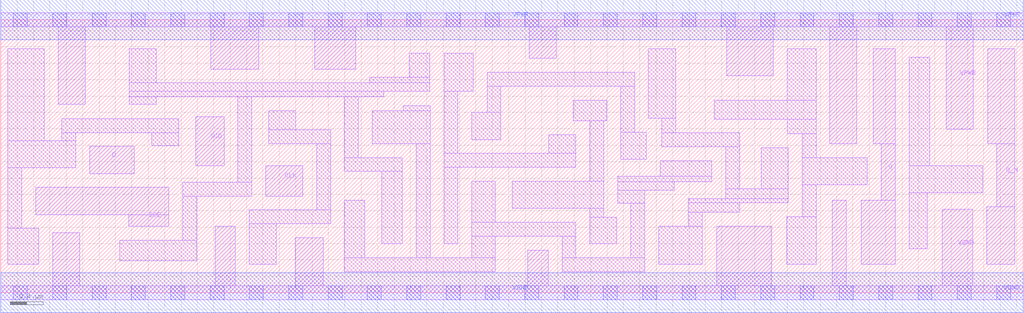
<source format=lef>
# Copyright 2020 The SkyWater PDK Authors
#
# Licensed under the Apache License, Version 2.0 (the "License");
# you may not use this file except in compliance with the License.
# You may obtain a copy of the License at
#
#     https://www.apache.org/licenses/LICENSE-2.0
#
# Unless required by applicable law or agreed to in writing, software
# distributed under the License is distributed on an "AS IS" BASIS,
# WITHOUT WARRANTIES OR CONDITIONS OF ANY KIND, either express or implied.
# See the License for the specific language governing permissions and
# limitations under the License.
#
# SPDX-License-Identifier: Apache-2.0

VERSION 5.7 ;
  NAMESCASESENSITIVE ON ;
  NOWIREEXTENSIONATPIN ON ;
  DIVIDERCHAR "/" ;
  BUSBITCHARS "[]" ;
UNITS
  DATABASE MICRONS 200 ;
END UNITS
MACRO sky130_fd_sc_ls__sdfxbp_1
  CLASS CORE ;
  SOURCE USER ;
  FOREIGN sky130_fd_sc_ls__sdfxbp_1 ;
  ORIGIN  0.000000  0.000000 ;
  SIZE  12.48000 BY  3.330000 ;
  SYMMETRY X Y ;
  SITE unit ;
  PIN D
    ANTENNAGATEAREA  0.159000 ;
    DIRECTION INPUT ;
    USE SIGNAL ;
    PORT
      LAYER li1 ;
        RECT 1.085000 1.455000 1.630000 1.785000 ;
    END
  END D
  PIN Q
    ANTENNADIFFAREA  0.518900 ;
    DIRECTION OUTPUT ;
    USE SIGNAL ;
    PORT
      LAYER li1 ;
        RECT 10.500000 0.350000 10.915000 1.130000 ;
        RECT 10.650000 1.820000 10.915000 2.980000 ;
        RECT 10.745000 1.130000 10.915000 1.820000 ;
    END
  END Q
  PIN Q_N
    ANTENNADIFFAREA  0.530100 ;
    DIRECTION OUTPUT ;
    USE SIGNAL ;
    PORT
      LAYER li1 ;
        RECT 12.035000 0.350000 12.375000 1.050000 ;
        RECT 12.045000 1.820000 12.375000 2.980000 ;
        RECT 12.155000 1.050000 12.375000 1.820000 ;
    END
  END Q_N
  PIN SCD
    ANTENNAGATEAREA  0.159000 ;
    DIRECTION INPUT ;
    USE SIGNAL ;
    PORT
      LAYER li1 ;
        RECT 2.380000 1.550000 2.725000 2.150000 ;
    END
  END SCD
  PIN SCE
    ANTENNAGATEAREA  0.318000 ;
    DIRECTION INPUT ;
    USE SIGNAL ;
    PORT
      LAYER li1 ;
        RECT 0.425000 0.955000 2.050000 1.285000 ;
        RECT 1.565000 0.810000 2.050000 0.955000 ;
    END
  END SCE
  PIN CLK
    ANTENNAGATEAREA  0.279000 ;
    DIRECTION INPUT ;
    USE CLOCK ;
    PORT
      LAYER li1 ;
        RECT 3.235000 1.180000 3.685000 1.550000 ;
    END
  END CLK
  PIN VGND
    DIRECTION INOUT ;
    SHAPE ABUTMENT ;
    USE GROUND ;
    PORT
      LAYER li1 ;
        RECT  0.000000 -0.085000 12.480000 0.085000 ;
        RECT  0.635000  0.085000  0.965000 0.730000 ;
        RECT  2.615000  0.085000  2.865000 0.810000 ;
        RECT  3.595000  0.085000  3.935000 0.670000 ;
        RECT  6.430000  0.085000  6.680000 0.520000 ;
        RECT  8.740000  0.085000  9.410000 0.810000 ;
        RECT 10.150000  0.085000 10.320000 1.130000 ;
        RECT 11.490000  0.085000 11.865000 1.020000 ;
      LAYER mcon ;
        RECT  0.155000 -0.085000  0.325000 0.085000 ;
        RECT  0.635000 -0.085000  0.805000 0.085000 ;
        RECT  1.115000 -0.085000  1.285000 0.085000 ;
        RECT  1.595000 -0.085000  1.765000 0.085000 ;
        RECT  2.075000 -0.085000  2.245000 0.085000 ;
        RECT  2.555000 -0.085000  2.725000 0.085000 ;
        RECT  3.035000 -0.085000  3.205000 0.085000 ;
        RECT  3.515000 -0.085000  3.685000 0.085000 ;
        RECT  3.995000 -0.085000  4.165000 0.085000 ;
        RECT  4.475000 -0.085000  4.645000 0.085000 ;
        RECT  4.955000 -0.085000  5.125000 0.085000 ;
        RECT  5.435000 -0.085000  5.605000 0.085000 ;
        RECT  5.915000 -0.085000  6.085000 0.085000 ;
        RECT  6.395000 -0.085000  6.565000 0.085000 ;
        RECT  6.875000 -0.085000  7.045000 0.085000 ;
        RECT  7.355000 -0.085000  7.525000 0.085000 ;
        RECT  7.835000 -0.085000  8.005000 0.085000 ;
        RECT  8.315000 -0.085000  8.485000 0.085000 ;
        RECT  8.795000 -0.085000  8.965000 0.085000 ;
        RECT  9.275000 -0.085000  9.445000 0.085000 ;
        RECT  9.755000 -0.085000  9.925000 0.085000 ;
        RECT 10.235000 -0.085000 10.405000 0.085000 ;
        RECT 10.715000 -0.085000 10.885000 0.085000 ;
        RECT 11.195000 -0.085000 11.365000 0.085000 ;
        RECT 11.675000 -0.085000 11.845000 0.085000 ;
        RECT 12.155000 -0.085000 12.325000 0.085000 ;
      LAYER met1 ;
        RECT 0.000000 -0.245000 12.480000 0.245000 ;
    END
  END VGND
  PIN VPWR
    DIRECTION INOUT ;
    SHAPE ABUTMENT ;
    USE POWER ;
    PORT
      LAYER li1 ;
        RECT  0.000000 3.245000 12.480000 3.415000 ;
        RECT  0.700000 2.300000  1.030000 3.245000 ;
        RECT  2.560000 2.730000  3.150000 3.245000 ;
        RECT  3.830000 2.730000  4.335000 3.245000 ;
        RECT  6.450000 2.860000  6.780000 3.245000 ;
        RECT  8.860000 2.650000  9.430000 3.245000 ;
        RECT 10.120000 1.820000 10.450000 3.245000 ;
        RECT 11.540000 1.995000 11.870000 3.245000 ;
      LAYER mcon ;
        RECT  0.155000 3.245000  0.325000 3.415000 ;
        RECT  0.635000 3.245000  0.805000 3.415000 ;
        RECT  1.115000 3.245000  1.285000 3.415000 ;
        RECT  1.595000 3.245000  1.765000 3.415000 ;
        RECT  2.075000 3.245000  2.245000 3.415000 ;
        RECT  2.555000 3.245000  2.725000 3.415000 ;
        RECT  3.035000 3.245000  3.205000 3.415000 ;
        RECT  3.515000 3.245000  3.685000 3.415000 ;
        RECT  3.995000 3.245000  4.165000 3.415000 ;
        RECT  4.475000 3.245000  4.645000 3.415000 ;
        RECT  4.955000 3.245000  5.125000 3.415000 ;
        RECT  5.435000 3.245000  5.605000 3.415000 ;
        RECT  5.915000 3.245000  6.085000 3.415000 ;
        RECT  6.395000 3.245000  6.565000 3.415000 ;
        RECT  6.875000 3.245000  7.045000 3.415000 ;
        RECT  7.355000 3.245000  7.525000 3.415000 ;
        RECT  7.835000 3.245000  8.005000 3.415000 ;
        RECT  8.315000 3.245000  8.485000 3.415000 ;
        RECT  8.795000 3.245000  8.965000 3.415000 ;
        RECT  9.275000 3.245000  9.445000 3.415000 ;
        RECT  9.755000 3.245000  9.925000 3.415000 ;
        RECT 10.235000 3.245000 10.405000 3.415000 ;
        RECT 10.715000 3.245000 10.885000 3.415000 ;
        RECT 11.195000 3.245000 11.365000 3.415000 ;
        RECT 11.675000 3.245000 11.845000 3.415000 ;
        RECT 12.155000 3.245000 12.325000 3.415000 ;
      LAYER met1 ;
        RECT 0.000000 3.085000 12.480000 3.575000 ;
    END
  END VPWR
  OBS
    LAYER li1 ;
      RECT  0.085000 0.350000  0.465000 0.785000 ;
      RECT  0.085000 0.785000  0.255000 1.525000 ;
      RECT  0.085000 1.525000  0.915000 1.855000 ;
      RECT  0.085000 1.855000  0.530000 2.980000 ;
      RECT  0.745000 1.855000  0.915000 1.955000 ;
      RECT  0.745000 1.955000  2.170000 2.125000 ;
      RECT  1.455000 0.390000  2.390000 0.640000 ;
      RECT  1.570000 2.300000  1.900000 2.390000 ;
      RECT  1.570000 2.390000  4.675000 2.460000 ;
      RECT  1.570000 2.460000  5.235000 2.560000 ;
      RECT  1.570000 2.560000  1.900000 2.980000 ;
      RECT  1.840000 1.795000  2.170000 1.955000 ;
      RECT  2.220000 0.640000  2.390000 1.180000 ;
      RECT  2.220000 1.180000  3.065000 1.350000 ;
      RECT  2.895000 1.350000  3.065000 2.390000 ;
      RECT  3.035000 0.350000  3.365000 0.840000 ;
      RECT  3.035000 0.840000  4.025000 1.010000 ;
      RECT  3.270000 1.820000  4.025000 1.990000 ;
      RECT  3.270000 1.990000  3.600000 2.220000 ;
      RECT  3.855000 1.010000  4.025000 1.820000 ;
      RECT  4.195000 0.255000  6.035000 0.425000 ;
      RECT  4.195000 0.425000  4.445000 1.130000 ;
      RECT  4.195000 1.480000  4.900000 1.650000 ;
      RECT  4.195000 1.650000  4.365000 2.390000 ;
      RECT  4.505000 2.560000  5.235000 2.630000 ;
      RECT  4.535000 1.820000  5.240000 2.220000 ;
      RECT  4.650000 0.595000  4.900000 1.480000 ;
      RECT  4.910000 2.220000  5.240000 2.280000 ;
      RECT  4.985000 2.630000  5.235000 2.920000 ;
      RECT  5.070000 0.425000  5.240000 1.820000 ;
      RECT  5.410000 0.595000  5.580000 1.530000 ;
      RECT  5.410000 1.530000  7.020000 1.700000 ;
      RECT  5.410000 1.700000  5.580000 2.460000 ;
      RECT  5.410000 2.460000  5.765000 2.920000 ;
      RECT  5.750000 0.425000  6.035000 0.690000 ;
      RECT  5.750000 0.690000  7.020000 0.860000 ;
      RECT  5.750000 0.860000  6.035000 1.360000 ;
      RECT  5.750000 1.870000  6.105000 2.200000 ;
      RECT  5.935000 2.200000  6.105000 2.520000 ;
      RECT  5.935000 2.520000  7.735000 2.690000 ;
      RECT  6.245000 1.030000  7.360000 1.360000 ;
      RECT  6.690000 1.700000  7.020000 1.930000 ;
      RECT  6.850000 0.255000  7.860000 0.425000 ;
      RECT  6.850000 0.425000  7.020000 0.690000 ;
      RECT  6.985000 2.100000  7.395000 2.350000 ;
      RECT  7.190000 0.595000  7.520000 0.920000 ;
      RECT  7.190000 0.920000  7.360000 1.030000 ;
      RECT  7.190000 1.360000  7.360000 2.100000 ;
      RECT  7.530000 1.090000  7.860000 1.250000 ;
      RECT  7.530000 1.250000  8.220000 1.355000 ;
      RECT  7.530000 1.355000  8.680000 1.420000 ;
      RECT  7.565000 1.630000  7.880000 1.960000 ;
      RECT  7.565000 1.960000  7.735000 2.520000 ;
      RECT  7.690000 0.425000  7.860000 1.090000 ;
      RECT  7.905000 2.130000  8.235000 2.980000 ;
      RECT  8.030000 0.350000  8.560000 0.810000 ;
      RECT  8.050000 1.420000  8.680000 1.610000 ;
      RECT  8.065000 1.780000  9.020000 1.950000 ;
      RECT  8.065000 1.950000  8.235000 2.130000 ;
      RECT  8.390000 0.810000  8.560000 0.980000 ;
      RECT  8.390000 0.980000  9.020000 1.100000 ;
      RECT  8.390000 1.100000  9.610000 1.150000 ;
      RECT  8.710000 2.120000  9.950000 2.350000 ;
      RECT  8.850000 1.150000  9.610000 1.270000 ;
      RECT  8.850000 1.270000  9.020000 1.780000 ;
      RECT  9.280000 1.270000  9.610000 1.770000 ;
      RECT  9.590000 0.350000  9.950000 0.930000 ;
      RECT  9.600000 1.940000  9.950000 2.120000 ;
      RECT  9.600000 2.350000  9.950000 2.980000 ;
      RECT  9.780000 0.930000  9.950000 1.320000 ;
      RECT  9.780000 1.320000 10.575000 1.650000 ;
      RECT  9.780000 1.650000  9.950000 1.940000 ;
      RECT 11.090000 0.540000 11.310000 1.220000 ;
      RECT 11.090000 1.220000 11.985000 1.550000 ;
      RECT 11.090000 1.550000 11.340000 2.875000 ;
  END
END sky130_fd_sc_ls__sdfxbp_1

</source>
